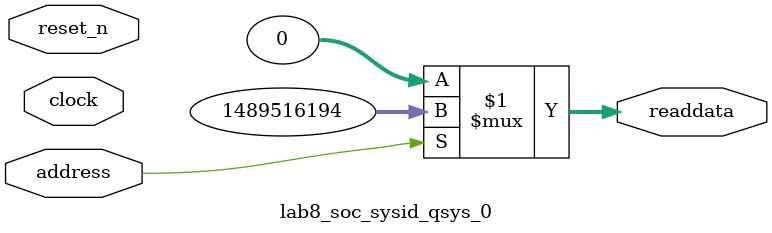
<source format=v>

`timescale 1ns / 1ps
// synthesis translate_on

// turn off superfluous verilog processor warnings 
// altera message_level Level1 
// altera message_off 10034 10035 10036 10037 10230 10240 10030 

module lab8_soc_sysid_qsys_0 (
               // inputs:
                address,
                clock,
                reset_n,

               // outputs:
                readdata
             )
;

  output  [ 31: 0] readdata;
  input            address;
  input            clock;
  input            reset_n;

  wire    [ 31: 0] readdata;
  //control_slave, which is an e_avalon_slave
  assign readdata = address ? 1489516194 : 0;

endmodule




</source>
